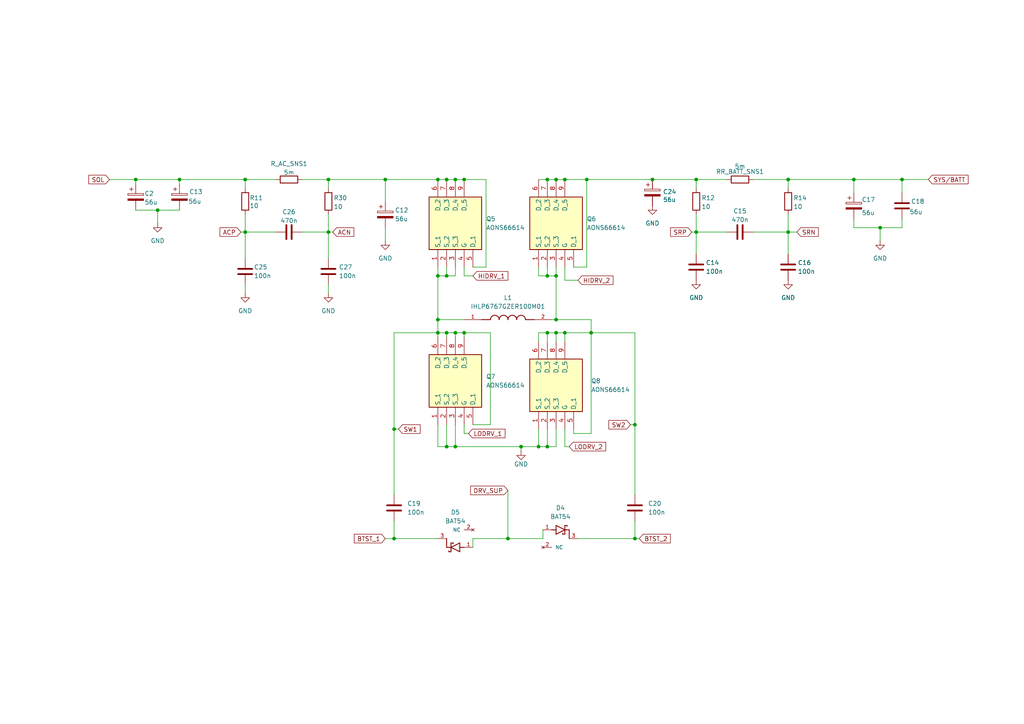
<source format=kicad_sch>
(kicad_sch (version 20250114) (generator "eeschema") (generator_version "9.0")
  (paper "A4")
  (lib_symbols
    (symbol "AONS66614_1"
      (property "Reference" "Q" (at 21.59 7.62 0))
      (property "Value" "AONS66614" (at 21.59 5.08 0))
      (symbol "AONS66614_1_1_1"
        (rectangle (start 5.08 2.54) (end 20.32 -12.7) (stroke (width 0.254)) (fill (type background)))
        (pin passive line (at 0 0 0) (length 5.08) (name "S_1") (number "1"))
        (pin passive line (at 0 -2.54 0) (length 5.08) (name "S_2") (number "2"))
        (pin passive line (at 0 -5.08 0) (length 5.08) (name "S_3") (number "3"))
        (pin passive line (at 0 -7.62 0) (length 5.08) (name "G") (number "4"))
        (pin passive line (at 0 -10.16 0) (length 5.08) (name "D_1") (number "5"))
        (pin passive line (at 25.4 0 180) (length 5.08) (name "D_2") (number "6"))
        (pin passive line (at 25.4 -2.54 180) (length 5.08) (name "D_3") (number "7"))
        (pin passive line (at 25.4 -5.08 180) (length 5.08) (name "D_4") (number "8"))
        (pin passive line (at 25.4 -7.62 180) (length 5.08) (name "D_5") (number "9"))
      )
    )
    (symbol "BAT54:BAT54" (pin_names (offset 1.016))
      (property "Reference" "D" (at -5.08 5.08 0))
      (property "Value" "BAT54" (at -5.08 -6.35 0))
      (symbol "BAT54_0_0"
        (polyline (pts (xy -2.54 2.54) (xy -1.27 2.54)) (stroke (width 0.254)))
        (polyline (pts (xy -1.27 3.81) (xy -1.27 1.27)) (stroke (width 0.254)))
        (polyline (pts (xy -1.27 1.27) (xy 1.27 2.54)) (stroke (width 0.254)))
        (polyline (pts (xy 0.635 1.524) (xy 0.635 1.27)) (stroke (width 0.254)))
        (polyline (pts (xy 1.27 3.81) (xy 1.27 1.27)) (stroke (width 0.254)))
        (polyline (pts (xy 1.27 2.54) (xy -1.27 3.81)) (stroke (width 0.254)))
        (polyline (pts (xy 1.27 2.54) (xy 2.54 2.54)) (stroke (width 0.254)))
        (polyline (pts (xy 1.27 1.27) (xy 0.635 1.27)) (stroke (width 0.254)))
        (polyline (pts (xy 1.905 3.81) (xy 1.27 3.81)) (stroke (width 0.254)))
        (polyline (pts (xy 1.905 3.81) (xy 1.905 3.556)) (stroke (width 0.254)))
        (polyline (pts (xy 2.54 2.54) (xy 2.54 0)) (stroke (width 0.254)))
        (pin passive line (at -5.08 2.54 0) (length 2.54) (name "~") (number "1"))
        (pin no_connect line (at -5.08 -2.54 0) (length 2.54) (name "NC") (number "2"))
        (pin passive line (at 5.08 0 180) (length 2.54) (name "~") (number "3"))
      )
    )
    (symbol "Device:C" (pin_numbers (hide yes)) (pin_names (offset 0.254))
      (property "Reference" "C" (at 0.635 2.54 0))
      (property "Value" "C" (at 0.635 -2.54 0))
      (symbol "C_0_1"
        (polyline (pts (xy -2.032 0.762) (xy 2.032 0.762)) (stroke (width 0.508)))
        (polyline (pts (xy -2.032 -0.762) (xy 2.032 -0.762)) (stroke (width 0.508)))
      )
      (symbol "C_1_1"
        (pin passive line (at 0 3.81 270) (length 2.794) (name "~") (number "1"))
        (pin passive line (at 0 -3.81 90) (length 2.794) (name "~") (number "2"))
      )
    )
    (symbol "Device:C_Polarized" (pin_numbers (hide yes)) (pin_names (offset 0.254))
      (property "Reference" "C" (at 0.635 2.54 0))
      (property "Value" "C_Polarized" (at 0.635 -2.54 0))
      (symbol "C_Polarized_0_1"
        (rectangle (start -2.286 0.508) (end 2.286 1.016))
        (polyline (pts (xy -1.778 2.286) (xy -0.762 2.286)))
        (polyline (pts (xy -1.27 2.794) (xy -1.27 1.778)))
        (rectangle (start 2.286 -0.508) (end -2.286 -1.016) (fill (type outline)))
      )
      (symbol "C_Polarized_1_1"
        (pin passive line (at 0 3.81 270) (length 2.794) (name "~") (number "1"))
        (pin passive line (at 0 -3.81 90) (length 2.794) (name "~") (number "2"))
      )
    )
    (symbol "Device:R" (pin_numbers (hide yes)) (pin_names (offset 0))
      (property "Reference" "R" (at 2.032 0 90))
      (property "Value" "R" (at 0 0 90))
      (symbol "R_0_1"
        (rectangle (start -1.016 -2.54) (end 1.016 2.54) (stroke (width 0.254)))
      )
      (symbol "R_1_1"
        (pin passive line (at 0 3.81 270) (length 1.27) (name "~") (number "1"))
        (pin passive line (at 0 -3.81 90) (length 1.27) (name "~") (number "2"))
      )
    )
    (symbol "IHLP6767GZER100M01:IHLP6767GZER100M01" (pin_names (offset 1.016))
      (property "Reference" "L" (at -5.08 2.54 0))
      (property "Value" "IHLP6767GZER100M01" (at -5.08 -2.54 0))
      (symbol "IHLP6767GZER100M01_0_0"
        (polyline (pts (xy -5.08 0) (xy -7.62 0)) (stroke (width 0.254)))
        (arc (start -5.08 0) (mid -3.81 1.2645) (end -2.54 0) (stroke (width 0.254)))
        (arc (start -2.54 0) (mid -1.27 1.2645) (end 0 0) (stroke (width 0.254)))
        (arc (start 0 0) (mid 1.27 1.2645) (end 2.54 0) (stroke (width 0.254)))
        (arc (start 2.54 0) (mid 3.81 1.2645) (end 5.08 0) (stroke (width 0.254)))
        (polyline (pts (xy 5.08 0) (xy 7.62 0)) (stroke (width 0.254)))
        (pin passive line (at -12.7 0 0) (length 5.08) (name "~") (number "1"))
        (pin passive line (at 12.7 0 180) (length 5.08) (name "~") (number "2"))
      )
    )
    (symbol "power:GND" (power) (pin_numbers (hide yes)) (pin_names (offset 0) (hide yes))
      (property "Value" "GND" (at 0 -3.81 0))
      (symbol "GND_0_1"
        (polyline (pts (xy 0 0) (xy 0 -1.27) (xy 1.27 -1.27) (xy 0 -2.54) (xy -1.27 -1.27) (xy 0 -1.27)))
      )
      (symbol "GND_1_1"
        (pin power_in line (at 0 0 270) (length 0) (name "~") (number "1"))
      )
    )
  )
  (junction (at 261.62 52.07))
  (junction (at 158.75 52.07))
  (junction (at 132.08 96.52))
  (junction (at 95.25 52.07))
  (junction (at 71.12 67.31))
  (junction (at 161.29 92.71))
  (junction (at 114.3 156.21))
  (junction (at 163.83 96.52))
  (junction (at 134.62 52.07))
  (junction (at 228.6 52.07))
  (junction (at 161.29 80.01))
  (junction (at 134.62 96.52))
  (junction (at 45.72 60.96))
  (junction (at 151.13 129.54))
  (junction (at 39.37 52.07))
  (junction (at 156.21 129.54))
  (junction (at 158.75 129.54))
  (junction (at 147.32 156.21))
  (junction (at 114.3 124.46))
  (junction (at 201.93 67.31))
  (junction (at 127 80.01))
  (junction (at 111.76 52.07))
  (junction (at 71.12 52.07))
  (junction (at 161.29 96.52))
  (junction (at 170.18 52.07))
  (junction (at 184.15 123.19))
  (junction (at 129.54 96.52))
  (junction (at 127 96.52))
  (junction (at 158.75 80.01))
  (junction (at 52.07 52.07))
  (junction (at 132.08 52.07))
  (junction (at 184.15 156.21))
  (junction (at 171.45 96.52))
  (junction (at 158.75 96.52))
  (junction (at 129.54 129.54))
  (junction (at 127 92.71))
  (junction (at 95.25 67.31))
  (junction (at 228.6 67.31))
  (junction (at 129.54 52.07))
  (junction (at 127 52.07))
  (junction (at 163.83 52.07))
  (junction (at 247.65 52.07))
  (junction (at 201.93 52.07))
  (junction (at 189.23 52.07))
  (junction (at 161.29 52.07))
  (junction (at 255.27 66.04))
  (junction (at 129.54 80.01))
  (junction (at 132.08 129.54))
  (wire (pts (xy 142.24 96.52) (xy 134.62 96.52)))
  (wire (pts (xy 137.16 156.21) (xy 137.16 158.75)))
  (wire (pts (xy 156.21 99.06) (xy 156.21 96.52)))
  (wire (pts (xy 151.13 129.54) (xy 156.21 129.54)))
  (wire (pts (xy 45.72 60.96) (xy 52.07 60.96)))
  (wire (pts (xy 71.12 67.31) (xy 80.01 67.31)))
  (wire (pts (xy 114.3 156.21) (xy 127 156.21)))
  (wire (pts (xy 255.27 66.04) (xy 261.62 66.04)))
  (wire (pts (xy 127 96.52) (xy 129.54 96.52)))
  (wire (pts (xy 201.93 52.07) (xy 201.93 54.61)))
  (wire (pts (xy 115.57 124.46) (xy 114.3 124.46)))
  (wire (pts (xy 134.62 96.52) (xy 134.62 97.79)))
  (wire (pts (xy 39.37 60.96) (xy 45.72 60.96)))
  (wire (pts (xy 127 92.71) (xy 127 96.52)))
  (wire (pts (xy 111.76 58.42) (xy 111.76 52.07)))
  (wire (pts (xy 127 80.01) (xy 129.54 80.01)))
  (wire (pts (xy 95.25 54.61) (xy 95.25 52.07)))
  (wire (pts (xy 134.62 123.19) (xy 134.62 125.73)))
  (wire (pts (xy 201.93 52.07) (xy 210.82 52.07)))
  (wire (pts (xy 137.16 156.21) (xy 147.32 156.21)))
  (wire (pts (xy 129.54 77.47) (xy 129.54 80.01)))
  (wire (pts (xy 156.21 124.46) (xy 156.21 129.54)))
  (wire (pts (xy 158.75 129.54) (xy 161.29 129.54)))
  (wire (pts (xy 184.15 123.19) (xy 184.15 143.51)))
  (wire (pts (xy 132.08 96.52) (xy 132.08 97.79)))
  (wire (pts (xy 137.16 123.19) (xy 142.24 123.19)))
  (wire (pts (xy 157.48 153.67) (xy 157.48 156.21)))
  (wire (pts (xy 228.6 67.31) (xy 228.6 73.66)))
  (wire (pts (xy 161.29 96.52) (xy 161.29 99.06)))
  (wire (pts (xy 171.45 125.73) (xy 171.45 96.52)))
  (wire (pts (xy 218.44 67.31) (xy 228.6 67.31)))
  (wire (pts (xy 114.3 124.46) (xy 114.3 143.51)))
  (wire (pts (xy 166.37 124.46) (xy 166.37 125.73)))
  (wire (pts (xy 95.25 82.55) (xy 95.25 85.09)))
  (wire (pts (xy 156.21 52.07) (xy 158.75 52.07)))
  (wire (pts (xy 137.16 80.01) (xy 134.62 80.01)))
  (wire (pts (xy 184.15 151.13) (xy 184.15 156.21)))
  (wire (pts (xy 163.83 124.46) (xy 163.83 129.54)))
  (wire (pts (xy 161.29 96.52) (xy 158.75 96.52)))
  (wire (pts (xy 161.29 52.07) (xy 163.83 52.07)))
  (wire (pts (xy 247.65 63.5) (xy 247.65 66.04)))
  (wire (pts (xy 163.83 96.52) (xy 163.83 99.06)))
  (wire (pts (xy 142.24 123.19) (xy 142.24 96.52)))
  (wire (pts (xy 129.54 52.07) (xy 132.08 52.07)))
  (wire (pts (xy 163.83 96.52) (xy 161.29 96.52)))
  (wire (pts (xy 71.12 52.07) (xy 71.12 54.61)))
  (wire (pts (xy 261.62 63.5) (xy 261.62 66.04)))
  (wire (pts (xy 182.88 123.19) (xy 184.15 123.19)))
  (wire (pts (xy 184.15 156.21) (xy 185.42 156.21)))
  (wire (pts (xy 158.75 96.52) (xy 158.75 99.06)))
  (wire (pts (xy 200.66 67.31) (xy 201.93 67.31)))
  (wire (pts (xy 255.27 66.04) (xy 247.65 66.04)))
  (wire (pts (xy 69.85 67.31) (xy 71.12 67.31)))
  (wire (pts (xy 134.62 52.07) (xy 140.97 52.07)))
  (wire (pts (xy 127 80.01) (xy 127 92.71)))
  (wire (pts (xy 132.08 77.47) (xy 132.08 80.01)))
  (wire (pts (xy 132.08 52.07) (xy 134.62 52.07)))
  (wire (pts (xy 52.07 52.07) (xy 52.07 53.34)))
  (wire (pts (xy 127 97.79) (xy 127 96.52)))
  (wire (pts (xy 111.76 156.21) (xy 114.3 156.21)))
  (wire (pts (xy 184.15 96.52) (xy 171.45 96.52)))
  (wire (pts (xy 171.45 125.73) (xy 166.37 125.73)))
  (wire (pts (xy 71.12 62.23) (xy 71.12 67.31)))
  (wire (pts (xy 158.75 96.52) (xy 156.21 96.52)))
  (wire (pts (xy 228.6 62.23) (xy 228.6 67.31)))
  (wire (pts (xy 95.25 67.31) (xy 96.52 67.31)))
  (wire (pts (xy 166.37 77.47) (xy 170.18 77.47)))
  (wire (pts (xy 129.54 123.19) (xy 129.54 129.54)))
  (wire (pts (xy 161.29 77.47) (xy 161.29 80.01)))
  (wire (pts (xy 158.75 80.01) (xy 161.29 80.01)))
  (wire (pts (xy 189.23 52.07) (xy 201.93 52.07)))
  (wire (pts (xy 134.62 125.73) (xy 135.89 125.73)))
  (wire (pts (xy 95.25 62.23) (xy 95.25 67.31)))
  (wire (pts (xy 114.3 96.52) (xy 114.3 124.46)))
  (wire (pts (xy 137.16 77.47) (xy 140.97 77.47)))
  (wire (pts (xy 87.63 52.07) (xy 95.25 52.07)))
  (wire (pts (xy 127 92.71) (xy 134.62 92.71)))
  (wire (pts (xy 157.48 156.21) (xy 147.32 156.21)))
  (wire (pts (xy 114.3 151.13) (xy 114.3 156.21)))
  (wire (pts (xy 132.08 129.54) (xy 151.13 129.54)))
  (wire (pts (xy 71.12 52.07) (xy 80.01 52.07)))
  (wire (pts (xy 151.13 129.54) (xy 151.13 130.81)))
  (wire (pts (xy 184.15 96.52) (xy 184.15 123.19)))
  (wire (pts (xy 163.83 81.28) (xy 167.64 81.28)))
  (wire (pts (xy 255.27 69.85) (xy 255.27 66.04)))
  (wire (pts (xy 87.63 67.31) (xy 95.25 67.31)))
  (wire (pts (xy 132.08 123.19) (xy 132.08 129.54)))
  (wire (pts (xy 158.75 52.07) (xy 161.29 52.07)))
  (wire (pts (xy 228.6 52.07) (xy 228.6 54.61)))
  (wire (pts (xy 127 129.54) (xy 129.54 129.54)))
  (wire (pts (xy 129.54 129.54) (xy 132.08 129.54)))
  (wire (pts (xy 147.32 142.24) (xy 147.32 156.21)))
  (wire (pts (xy 134.62 96.52) (xy 132.08 96.52)))
  (wire (pts (xy 134.62 80.01) (xy 134.62 77.47)))
  (wire (pts (xy 52.07 52.07) (xy 71.12 52.07)))
  (wire (pts (xy 156.21 80.01) (xy 158.75 80.01)))
  (wire (pts (xy 201.93 67.31) (xy 210.82 67.31)))
  (wire (pts (xy 95.25 67.31) (xy 95.25 74.93)))
  (wire (pts (xy 228.6 52.07) (xy 247.65 52.07)))
  (wire (pts (xy 247.65 52.07) (xy 261.62 52.07)))
  (wire (pts (xy 31.75 52.07) (xy 39.37 52.07)))
  (wire (pts (xy 111.76 66.04) (xy 111.76 69.85)))
  (wire (pts (xy 158.75 77.47) (xy 158.75 80.01)))
  (wire (pts (xy 163.83 129.54) (xy 165.1 129.54)))
  (wire (pts (xy 170.18 52.07) (xy 170.18 77.47)))
  (wire (pts (xy 140.97 52.07) (xy 140.97 77.47)))
  (wire (pts (xy 156.21 77.47) (xy 156.21 80.01)))
  (wire (pts (xy 163.83 77.47) (xy 163.83 81.28)))
  (wire (pts (xy 201.93 67.31) (xy 201.93 73.66)))
  (wire (pts (xy 39.37 53.34) (xy 39.37 52.07)))
  (wire (pts (xy 170.18 52.07) (xy 189.23 52.07)))
  (wire (pts (xy 71.12 67.31) (xy 71.12 74.93)))
  (wire (pts (xy 95.25 52.07) (xy 111.76 52.07)))
  (wire (pts (xy 45.72 60.96) (xy 45.72 64.77)))
  (wire (pts (xy 161.29 92.71) (xy 171.45 92.71)))
  (wire (pts (xy 261.62 52.07) (xy 269.24 52.07)))
  (wire (pts (xy 163.83 52.07) (xy 170.18 52.07)))
  (wire (pts (xy 127 77.47) (xy 127 80.01)))
  (wire (pts (xy 114.3 96.52) (xy 127 96.52)))
  (wire (pts (xy 127 123.19) (xy 127 129.54)))
  (wire (pts (xy 71.12 82.55) (xy 71.12 85.09)))
  (wire (pts (xy 111.76 52.07) (xy 127 52.07)))
  (wire (pts (xy 163.83 96.52) (xy 171.45 96.52)))
  (wire (pts (xy 161.29 92.71) (xy 160.02 92.71)))
  (wire (pts (xy 158.75 124.46) (xy 158.75 129.54)))
  (wire (pts (xy 218.44 52.07) (xy 228.6 52.07)))
  (wire (pts (xy 158.75 129.54) (xy 156.21 129.54)))
  (wire (pts (xy 161.29 124.46) (xy 161.29 129.54)))
  (wire (pts (xy 261.62 52.07) (xy 261.62 55.88)))
  (wire (pts (xy 201.93 62.23) (xy 201.93 67.31)))
  (wire (pts (xy 228.6 67.31) (xy 231.14 67.31)))
  (wire (pts (xy 161.29 80.01) (xy 161.29 92.71)))
  (wire (pts (xy 129.54 80.01) (xy 132.08 80.01)))
  (wire (pts (xy 39.37 52.07) (xy 52.07 52.07)))
  (wire (pts (xy 247.65 55.88) (xy 247.65 52.07)))
  (wire (pts (xy 129.54 96.52) (xy 132.08 96.52)))
  (wire (pts (xy 171.45 92.71) (xy 171.45 96.52)))
  (wire (pts (xy 167.64 156.21) (xy 184.15 156.21)))
  (wire (pts (xy 129.54 96.52) (xy 129.54 97.79)))
  (wire (pts (xy 127 52.07) (xy 129.54 52.07)))
  (global_label "SOL" (shape input) (at 31.75 52.07 180) (property "Intersheetrefs" "${INTERSHEET_REFS}" (effects (hide yes))))
  (global_label "SRN" (shape input) (at 231.14 67.31 0) (property "Intersheetrefs" "${INTERSHEET_REFS}" (effects (hide yes))))
  (global_label "LODRV_1" (shape input) (at 135.89 125.73 0) (property "Intersheetrefs" "${INTERSHEET_REFS}" (effects (hide yes))))
  (global_label "HIDRV_1" (shape input) (at 137.16 80.01 0) (property "Intersheetrefs" "${INTERSHEET_REFS}" (effects (hide yes))))
  (global_label "BTST_2" (shape input) (at 185.42 156.21 0) (property "Intersheetrefs" "${INTERSHEET_REFS}" (effects (hide yes))))
  (global_label "DRV_SUP" (shape input) (at 147.32 142.24 180) (property "Intersheetrefs" "${INTERSHEET_REFS}" (effects (hide yes))))
  (global_label "LODRV_2" (shape input) (at 165.1 129.54 0) (property "Intersheetrefs" "${INTERSHEET_REFS}" (effects (hide yes))))
  (global_label "SYS{slash}BATT" (shape input) (at 269.24 52.07 0) (property "Intersheetrefs" "${INTERSHEET_REFS}" (effects (hide yes))))
  (global_label "SW1" (shape input) (at 115.57 124.46 0) (property "Intersheetrefs" "${INTERSHEET_REFS}" (effects (hide yes))))
  (global_label "ACN" (shape input) (at 96.52 67.31 0) (property "Intersheetrefs" "${INTERSHEET_REFS}" (effects (hide yes))))
  (global_label "HIDRV_2" (shape input) (at 167.64 81.28 0) (property "Intersheetrefs" "${INTERSHEET_REFS}" (effects (hide yes))))
  (global_label "SRP" (shape input) (at 200.66 67.31 180) (property "Intersheetrefs" "${INTERSHEET_REFS}" (effects (hide yes))))
  (global_label "ACP" (shape input) (at 69.85 67.31 180) (property "Intersheetrefs" "${INTERSHEET_REFS}" (effects (hide yes))))
  (global_label "BTST_1" (shape input) (at 111.76 156.21 180) (property "Intersheetrefs" "${INTERSHEET_REFS}" (effects (hide yes))))
  (global_label "SW2" (shape input) (at 182.88 123.19 180) (property "Intersheetrefs" "${INTERSHEET_REFS}" (effects (hide yes))))
  (symbol (lib_id "power:GND") (at 111.76 69.85 0) (unit 1)
    (property "Reference" "#PWR016" (effects (hide yes)))
    (property "Value" "GND" (at 111.76 74.93 0))
    (property "Description" "Power symbol creates a global label with name \"GND\" , ground" (effects (hide yes)))
  )
  (symbol (lib_id "Device:R") (at 71.12 58.42 0) (unit 1)
    (property "Reference" "R11" (at 72.39 57.404 0) (effects (justify left)))
    (property "Value" "10" (at 72.39 59.69 0) (effects (justify left)))
    (property "Footprint" "Resistor_SMD:R_0603_1608Metric" (effects (hide yes)))
    (property "Description" "Resistor" (effects (hide yes)))
  )
  (symbol (lib_id "Device:C") (at 201.93 77.47 180) (unit 1)
    (property "Reference" "C14" (at 204.724 76.2 0) (effects (justify right)))
    (property "Value" "100n" (at 204.724 78.74 0) (effects (justify right)))
    (property "Footprint" "Capacitor_SMD:C_0402_1005Metric" (effects (hide yes)))
    (property "Description" "Unpolarized capacitor" (effects (hide yes)))
  )
  (symbol (lib_id "Device:C_Polarized") (at 189.23 55.88 0) (unit 1)
    (property "Reference" "C24" (at 192.278 55.626 0) (effects (justify left)))
    (property "Value" "56u" (at 192.278 57.912 0) (effects (justify left)))
    (property "Footprint" "Capacitor_SMD:C_0201_0603Metric" (effects (hide yes)))
    (property "Description" "Polarized capacitor" (effects (hide yes)))
  )
  (symbol (lib_id "power:GND") (at 201.93 81.28 0) (unit 1)
    (property "Reference" "#PWR018" (effects (hide yes)))
    (property "Value" "GND" (at 201.93 86.36 0))
    (property "Description" "Power symbol creates a global label with name \"GND\" , ground" (effects (hide yes)))
  )
  (symbol (lib_id "Device:R") (at 95.25 58.42 0) (unit 1)
    (property "Reference" "R30" (at 96.774 57.404 0) (effects (justify left)))
    (property "Value" "10" (at 96.774 59.944 0) (effects (justify left)))
    (property "Footprint" "Resistor_SMD:R_0603_1608Metric" (effects (hide yes)))
    (property "Description" "Resistor" (effects (hide yes)))
  )
  (symbol (lib_id "Device:R") (at 83.82 52.07 270) (unit 1)
    (property "Reference" "R_AC_SNS1" (at 83.82 47.498 90))
    (property "Value" "5m" (at 83.82 50.038 90))
    (property "Footprint" "Resistor_SMD:R_1206_3216Metric" (effects (hide yes)))
    (property "Description" "Resistor" (effects (hide yes)))
  )
  (symbol (lib_id "Device:C") (at 83.82 67.31 90) (unit 1)
    (property "Reference" "C26" (at 83.82 61.468 90))
    (property "Value" "470n" (at 83.82 64.008 90))
    (property "Footprint" "Capacitor_SMD:C_0402_1005Metric" (effects (hide yes)))
    (property "Description" "Unpolarized capacitor" (effects (hide yes)))
  )
  (symbol (lib_id "power:GND") (at 189.23 59.69 0) (unit 1)
    (property "Reference" "#PWR020" (effects (hide yes)))
    (property "Value" "GND" (at 189.23 64.77 0))
    (property "Description" "Power symbol creates a global label with name \"GND\" , ground" (effects (hide yes)))
  )
  (symbol (lib_id "Device:R") (at 201.93 58.42 0) (unit 1)
    (property "Reference" "R12" (at 203.454 57.404 0) (effects (justify left)))
    (property "Value" "10" (at 203.454 59.944 0) (effects (justify left)))
    (property "Footprint" "Resistor_SMD:R_0603_1608Metric" (effects (hide yes)))
    (property "Description" "Resistor" (effects (hide yes)))
  )
  (symbol (lib_id "BAT54:BAT54") (at 132.08 156.21 180) (unit 1)
    (property "Reference" "D5" (at 132.08 148.59 0))
    (property "Value" "BAT54" (at 132.08 151.13 0))
    (property "Footprint" "bmsfootprints:BAT54" (effects (hide yes)))
    (property "MAXIMUM_PACKAGE_HEIGHT" "1.2mm" (effects (hide yes)))
    (property "CREATOR" "DIZAR" (effects (hide yes)))
    (property "STANDARD" "IPC-7351B" (effects (hide yes)))
    (property "PARTREV" "2025-04-24" (effects (hide yes)))
    (property "MANUFACTURER" "Diotec" (effects (hide yes)))
  )
  (symbol (lib_id "Device:C_Polarized") (at 39.37 57.15 0) (unit 1)
    (property "Reference" "C2" (at 41.91 56.134 0) (effects (justify left)))
    (property "Value" "56u" (at 41.91 58.674 0) (effects (justify left)))
    (property "Footprint" "Capacitor_SMD:C_0201_0603Metric" (effects (hide yes)))
    (property "Description" "Polarized capacitor" (effects (hide yes)))
  )
  (symbol (lib_name "AONS66614_1") (lib_id "AONS66614:AONS66614") (at 127 123.19 90) (unit 1)
    (property "Reference" "Q7" (at 140.97 109.2199 90) (effects (justify right)))
    (property "Value" "AONS66614" (at 140.97 111.7599 90) (effects (justify right)))
    (property "Footprint" "bmsfootprints:AON6482" (effects (hide yes)))
    (property "Datasheet" "https://4donline.ihs.com/images/VipMasterIC/IC/ALOM/ALOM-S-A0020443660/ALOM-S-A0020443776-1.pdf?hkey=EF798316E3902B6ED9A73243A3159BB0" (effects (hide yes)))
    (property "Description" "60V N-Channel AlphaSGT TM" (effects (hide yes)))
    (property "Height" "1.05" (effects (hide yes)))
    (property "Manufacturer_Name" "Alpha & Omega Semiconductors" (effects (hide yes)))
    (property "Manufacturer_Part_Number" "AONS66614" (effects (hide yes)))
  )
  (symbol (lib_id "power:GND") (at 255.27 69.85 0) (unit 1)
    (property "Reference" "#PWR06" (effects (hide yes)))
    (property "Value" "GND" (at 255.27 74.93 0))
    (property "Description" "Power symbol creates a global label with name \"GND\" , ground" (effects (hide yes)))
  )
  (symbol (lib_id "power:GND") (at 45.72 64.77 0) (unit 1)
    (property "Reference" "#PWR027" (effects (hide yes)))
    (property "Value" "GND" (at 45.72 69.85 0))
    (property "Description" "Power symbol creates a global label with name \"GND\" , ground" (effects (hide yes)))
  )
  (symbol (lib_id "Device:C_Polarized") (at 111.76 62.23 0) (unit 1)
    (property "Reference" "C12" (at 114.554 60.96 0) (effects (justify left)))
    (property "Value" "56u" (at 114.554 63.5 0) (effects (justify left)))
    (property "Footprint" "Capacitor_SMD:C_0201_0603Metric" (effects (hide yes)))
    (property "Description" "Polarized capacitor" (effects (hide yes)))
  )
  (symbol (lib_name "AONS66614_1") (lib_id "AONS66614:AONS66614") (at 156.21 124.46 90) (unit 1)
    (property "Reference" "Q8" (at 171.45 110.4899 90) (effects (justify right)))
    (property "Value" "AONS66614" (at 171.45 113.0299 90) (effects (justify right)))
    (property "Footprint" "bmsfootprints:AON6482" (effects (hide yes)))
    (property "Datasheet" "https://4donline.ihs.com/images/VipMasterIC/IC/ALOM/ALOM-S-A0020443660/ALOM-S-A0020443776-1.pdf?hkey=EF798316E3902B6ED9A73243A3159BB0" (effects (hide yes)))
    (property "Description" "60V N-Channel AlphaSGT TM" (effects (hide yes)))
    (property "Height" "1.05" (effects (hide yes)))
    (property "Manufacturer_Name" "Alpha & Omega Semiconductors" (effects (hide yes)))
    (property "Manufacturer_Part_Number" "AONS66614" (effects (hide yes)))
  )
  (symbol (lib_name "AONS66614_1") (lib_id "AONS66614:AONS66614") (at 156.21 77.47 90) (unit 1)
    (property "Reference" "Q6" (at 170.18 63.4999 90) (effects (justify right)))
    (property "Value" "AONS66614" (at 170.18 66.0399 90) (effects (justify right)))
    (property "Footprint" "bmsfootprints:AON6482" (effects (hide yes)))
    (property "Datasheet" "https://4donline.ihs.com/images/VipMasterIC/IC/ALOM/ALOM-S-A0020443660/ALOM-S-A0020443776-1.pdf?hkey=EF798316E3902B6ED9A73243A3159BB0" (effects (hide yes)))
    (property "Description" "60V N-Channel AlphaSGT TM" (effects (hide yes)))
    (property "Height" "1.05" (effects (hide yes)))
    (property "Manufacturer_Name" "Alpha & Omega Semiconductors" (effects (hide yes)))
    (property "Manufacturer_Part_Number" "AONS66614" (effects (hide yes)))
  )
  (symbol (lib_id "Device:R") (at 228.6 58.42 0) (unit 1)
    (property "Reference" "R14" (at 230.124 57.404 0) (effects (justify left)))
    (property "Value" "10" (at 230.124 59.944 0) (effects (justify left)))
    (property "Footprint" "Resistor_SMD:R_0603_1608Metric" (effects (hide yes)))
    (property "Description" "Resistor" (effects (hide yes)))
  )
  (symbol (lib_id "Device:C_Polarized") (at 247.65 59.69 0) (unit 1)
    (property "Reference" "C17" (at 249.936 57.912 0) (effects (justify left)))
    (property "Value" "56u" (at 249.936 61.722 0) (effects (justify left)))
    (property "Footprint" "Capacitor_SMD:C_0201_0603Metric" (effects (hide yes)))
    (property "Description" "Polarized capacitor" (effects (hide yes)))
  )
  (symbol (lib_name "AONS66614_1") (lib_id "AONS66614:AONS66614") (at 127 77.47 90) (unit 1)
    (property "Reference" "Q5" (at 140.97 63.4999 90) (effects (justify right)))
    (property "Value" "AONS66614" (at 140.97 66.0399 90) (effects (justify right)))
    (property "Footprint" "bmsfootprints:AON6482" (effects (hide yes)))
    (property "Datasheet" "https://4donline.ihs.com/images/VipMasterIC/IC/ALOM/ALOM-S-A0020443660/ALOM-S-A0020443776-1.pdf?hkey=EF798316E3902B6ED9A73243A3159BB0" (effects (hide yes)))
    (property "Description" "60V N-Channel AlphaSGT TM" (effects (hide yes)))
    (property "Height" "1.05" (effects (hide yes)))
    (property "Manufacturer_Name" "Alpha & Omega Semiconductors" (effects (hide yes)))
    (property "Manufacturer_Part_Number" "AONS66614" (effects (hide yes)))
  )
  (symbol (lib_id "power:GND") (at 71.12 85.09 0) (unit 1)
    (property "Reference" "#PWR028" (effects (hide yes)))
    (property "Value" "GND" (at 71.12 90.17 0))
    (property "Description" "Power symbol creates a global label with name \"GND\" , ground" (effects (hide yes)))
  )
  (symbol (lib_id "power:GND") (at 95.25 85.09 0) (unit 1)
    (property "Reference" "#PWR029" (effects (hide yes)))
    (property "Value" "GND" (at 95.25 90.17 0))
    (property "Description" "Power symbol creates a global label with name \"GND\" , ground" (effects (hide yes)))
  )
  (symbol (lib_id "Device:C") (at 228.6 77.47 180) (unit 1)
    (property "Reference" "C16" (at 231.394 76.2 0) (effects (justify right)))
    (property "Value" "100n" (at 231.394 78.74 0) (effects (justify right)))
    (property "Footprint" "Capacitor_SMD:C_0402_1005Metric" (effects (hide yes)))
    (property "Description" "Unpolarized capacitor" (effects (hide yes)))
  )
  (symbol (lib_id "power:GND") (at 151.13 130.81 0) (unit 1)
    (property "Reference" "#PWR01" (effects (hide yes)))
    (property "Value" "GND" (at 151.13 134.62 0))
    (property "Description" "Power symbol creates a global label with name \"GND\" , ground" (effects (hide yes)))
  )
  (symbol (lib_id "Device:C") (at 114.3 147.32 0) (unit 1)
    (property "Reference" "C19" (at 118.11 146.0499 0) (effects (justify left)))
    (property "Value" "100n" (at 118.11 148.5899 0) (effects (justify left)))
    (property "Footprint" "Capacitor_SMD:C_0402_1005Metric" (effects (hide yes)))
    (property "Description" "Unpolarized capacitor" (effects (hide yes)))
  )
  (symbol (lib_id "Device:C") (at 95.25 78.74 180) (unit 1)
    (property "Reference" "C27" (at 98.298 77.47 0) (effects (justify right)))
    (property "Value" "100n" (at 98.298 80.01 0) (effects (justify right)))
    (property "Footprint" "Capacitor_SMD:C_0402_1005Metric" (effects (hide yes)))
    (property "Description" "Unpolarized capacitor" (effects (hide yes)))
  )
  (symbol (lib_id "Device:C") (at 71.12 78.74 180) (unit 1)
    (property "Reference" "C25" (at 73.66 77.47 0) (effects (justify right)))
    (property "Value" "100n" (at 73.66 80.01 0) (effects (justify right)))
    (property "Footprint" "Capacitor_SMD:C_0402_1005Metric" (effects (hide yes)))
    (property "Description" "Unpolarized capacitor" (effects (hide yes)))
  )
  (symbol (lib_id "Device:C_Polarized") (at 52.07 57.15 0) (unit 1)
    (property "Reference" "C13" (at 54.864 55.626 0) (effects (justify left)))
    (property "Value" "56u" (at 54.61 58.42 0) (effects (justify left)))
    (property "Footprint" "Capacitor_SMD:C_0201_0603Metric" (effects (hide yes)))
    (property "Description" "Polarized capacitor" (effects (hide yes)))
  )
  (symbol (lib_id "Device:C") (at 261.62 59.69 0) (unit 1)
    (property "Reference" "C18" (at 266.192 58.42 0))
    (property "Value" "56u" (at 265.684 61.468 0))
    (property "Footprint" "Capacitor_SMD:C_0201_0603Metric" (effects (hide yes)))
    (property "Description" "Unpolarized capacitor" (effects (hide yes)))
  )
  (symbol (lib_id "power:GND") (at 228.6 81.28 0) (unit 1)
    (property "Reference" "#PWR019" (effects (hide yes)))
    (property "Value" "GND" (at 228.6 86.36 0))
    (property "Description" "Power symbol creates a global label with name \"GND\" , ground" (effects (hide yes)))
  )
  (symbol (lib_id "Device:C") (at 214.63 67.31 90) (unit 1)
    (property "Reference" "C15" (at 214.63 61.214 90))
    (property "Value" "470n" (at 214.63 63.754 90))
    (property "Footprint" "Capacitor_SMD:C_0402_1005Metric" (effects (hide yes)))
    (property "Description" "Unpolarized capacitor" (effects (hide yes)))
  )
  (symbol (lib_id "Device:R") (at 214.63 52.07 270) (unit 1)
    (property "Reference" "RR_BATT_SNS1" (at 214.63 49.784 90))
    (property "Value" "5m" (at 214.63 48.26 90))
    (property "Footprint" "Resistor_SMD:R_1206_3216Metric" (effects (hide yes)))
    (property "Description" "Resistor" (effects (hide yes)))
  )
  (symbol (lib_id "BAT54:BAT54") (at 162.56 156.21 0) (unit 1)
    (property "Reference" "D4" (at 162.56 147.32 0))
    (property "Value" "BAT54" (at 162.56 149.86 0))
    (property "Footprint" "bmsfootprints:BAT54" (effects (hide yes)))
    (property "MAXIMUM_PACKAGE_HEIGHT" "1.2mm" (effects (hide yes)))
    (property "CREATOR" "DIZAR" (effects (hide yes)))
    (property "STANDARD" "IPC-7351B" (effects (hide yes)))
    (property "PARTREV" "2025-04-24" (effects (hide yes)))
    (property "MANUFACTURER" "Diotec" (effects (hide yes)))
  )
  (symbol (lib_id "Device:C") (at 184.15 147.32 0) (unit 1)
    (property "Reference" "C20" (at 187.96 146.0499 0) (effects (justify left)))
    (property "Value" "100n" (at 187.96 148.5899 0) (effects (justify left)))
    (property "Footprint" "Capacitor_SMD:C_0402_1005Metric" (effects (hide yes)))
    (property "Description" "Unpolarized capacitor" (effects (hide yes)))
  )
  (symbol (lib_id "IHLP6767GZER100M01:IHLP6767GZER100M01") (at 147.32 92.71 0) (unit 1)
    (property "Reference" "L1" (at 147.32 86.36 0))
    (property "Value" "IHLP6767GZER100M01" (at 147.32 88.9 0))
    (property "Footprint" "bmsfootprints:IND_IHLP6767GZER100M01" (effects (hide yes)))
    (property "MF" "Vishay" (effects (hide yes)))
    (property "MAXIMUM_PACKAGE_HEIGHT" "7.00mm" (effects (hide yes)))
    (property "Package" "Nonstandard Vishay" (effects (hide yes)))
    (property "Price" "None" (effects (hide yes)))
    (property "Check_prices" "https://www.snapeda.com/parts/IHLP6767GZER100M01/Vishay/view-part/?ref=eda" (effects (hide yes)))
    (property "STANDARD" "Manufacturer Recommendations" (effects (hide yes)))
    (property "PARTREV" "24-Nov-2023" (effects (hide yes)))
    (property "SnapEDA_Link" "https://www.snapeda.com/parts/IHLP6767GZER100M01/Vishay/view-part/?ref=snap" (effects (hide yes)))
    (property "MP" "IHLP6767GZER100M01" (effects (hide yes)))
    (property "Description_1" "IHLP6767GZ-01 Series WireWound SMD Inductor w/ Metal Core,10 uH +/-20% | Vishay Dale IHLP6767GZER100M01" (effects (hide yes)))
    (property "Availability" "In Stock" (effects (hide yes)))
    (property "MANUFACTURER" "Vishay" (effects (hide yes)))
  )
)
</source>
